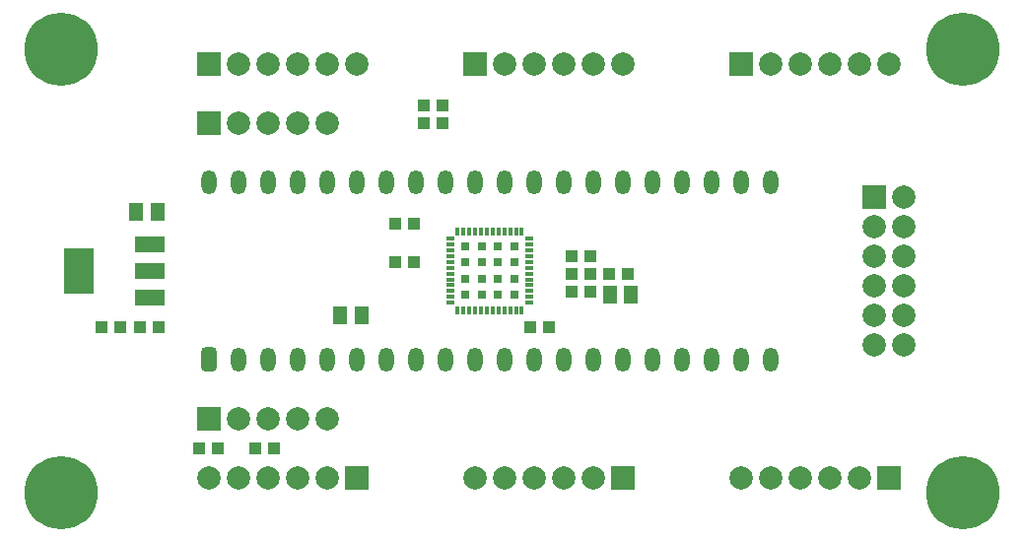
<source format=gts>
%TF.GenerationSoftware,KiCad,Pcbnew,5.1.6-c6e7f7d~87~ubuntu18.04.1*%
%TF.CreationDate,2020-11-08T03:55:42+00:00*%
%TF.ProjectId,icepill,69636570-696c-46c2-9e6b-696361645f70,1*%
%TF.SameCoordinates,Original*%
%TF.FileFunction,Soldermask,Top*%
%TF.FilePolarity,Negative*%
%FSLAX46Y46*%
G04 Gerber Fmt 4.6, Leading zero omitted, Abs format (unit mm)*
G04 Created by KiCad (PCBNEW 5.1.6-c6e7f7d~87~ubuntu18.04.1) date 2020-11-08 03:55:42*
%MOMM*%
%LPD*%
G01*
G04 APERTURE LIST*
%ADD10R,1.050000X1.100000*%
%ADD11R,2.500000X3.900000*%
%ADD12R,2.500000X1.400000*%
%ADD13R,1.250000X1.550000*%
%ADD14O,1.300000X2.100000*%
%ADD15C,2.000000*%
%ADD16R,2.000000X2.000000*%
%ADD17C,6.300000*%
%ADD18C,0.700000*%
%ADD19R,0.800000X0.350000*%
%ADD20R,0.350000X0.800000*%
%ADD21R,0.800000X0.800000*%
G04 APERTURE END LIST*
D10*
%TO.C,R6*%
X64300000Y-78486000D03*
X62700000Y-78486000D03*
%TD*%
%TO.C,R5*%
X60998000Y-78486000D03*
X59398000Y-78486000D03*
%TD*%
D11*
%TO.C,IC2*%
X57400000Y-73660000D03*
D12*
X63500000Y-71360000D03*
X63500000Y-75960000D03*
X63500000Y-73660000D03*
%TD*%
D13*
%TO.C,C9*%
X79872000Y-77470000D03*
X81672000Y-77470000D03*
%TD*%
%TO.C,C8*%
X62346000Y-68580000D03*
X64146000Y-68580000D03*
%TD*%
%TO.C,C6*%
X104849500Y-75692000D03*
X103049500Y-75692000D03*
%TD*%
D14*
%TO.C,U1*%
X68580000Y-66040000D03*
X71120000Y-66040000D03*
X73660000Y-66040000D03*
X76200000Y-66040000D03*
X78740000Y-66040000D03*
X81280000Y-66040000D03*
X83820000Y-66040000D03*
X86360000Y-66040000D03*
X88900000Y-66040000D03*
X91440000Y-66040000D03*
X93980000Y-66040000D03*
X96520000Y-66040000D03*
X99060000Y-66040000D03*
X101600000Y-66040000D03*
X104140000Y-66040000D03*
X106680000Y-66040000D03*
X109220000Y-66040000D03*
X111760000Y-66040000D03*
X114300000Y-66040000D03*
X116840000Y-66040000D03*
X116840000Y-81280000D03*
X114300000Y-81280000D03*
X111760000Y-81280000D03*
X109220000Y-81280000D03*
X106680000Y-81280000D03*
X104140000Y-81280000D03*
X101600000Y-81280000D03*
X99060000Y-81280000D03*
X96520000Y-81280000D03*
X93980000Y-81280000D03*
X91440000Y-81280000D03*
X88900000Y-81280000D03*
X86360000Y-81280000D03*
X83820000Y-81280000D03*
X81280000Y-81280000D03*
X78740000Y-81280000D03*
X76200000Y-81280000D03*
X73660000Y-81280000D03*
X71120000Y-81280000D03*
G36*
G01*
X68905000Y-82330000D02*
X68255000Y-82330000D01*
G75*
G02*
X67930000Y-82005000I0J325000D01*
G01*
X67930000Y-80555000D01*
G75*
G02*
X68255000Y-80230000I325000J0D01*
G01*
X68905000Y-80230000D01*
G75*
G02*
X69230000Y-80555000I0J-325000D01*
G01*
X69230000Y-82005000D01*
G75*
G02*
X68905000Y-82330000I-325000J0D01*
G01*
G37*
%TD*%
D10*
%TO.C,D1*%
X87084000Y-60960000D03*
X88684000Y-60960000D03*
%TD*%
%TO.C,R4*%
X87084000Y-59436000D03*
X88684000Y-59436000D03*
%TD*%
%TO.C,R3*%
X69380000Y-88900000D03*
X67780000Y-88900000D03*
%TD*%
%TO.C,R2*%
X72606000Y-88900000D03*
X74206000Y-88900000D03*
%TD*%
D15*
%TO.C,J6*%
X81280000Y-55880000D03*
X78740000Y-55880000D03*
X76200000Y-55880000D03*
X73660000Y-55880000D03*
X71120000Y-55880000D03*
D16*
X68580000Y-55880000D03*
%TD*%
D15*
%TO.C,J5*%
X104140000Y-55880000D03*
X101600000Y-55880000D03*
X99060000Y-55880000D03*
X96520000Y-55880000D03*
X93980000Y-55880000D03*
D16*
X91440000Y-55880000D03*
%TD*%
D15*
%TO.C,J4*%
X127000000Y-55880000D03*
X124460000Y-55880000D03*
X121920000Y-55880000D03*
X119380000Y-55880000D03*
X116840000Y-55880000D03*
D16*
X114300000Y-55880000D03*
%TD*%
D15*
%TO.C,J3*%
X114300000Y-91440000D03*
X116840000Y-91440000D03*
X119380000Y-91440000D03*
X121920000Y-91440000D03*
X124460000Y-91440000D03*
D16*
X127000000Y-91440000D03*
%TD*%
D15*
%TO.C,J2*%
X91440000Y-91440000D03*
X93980000Y-91440000D03*
X96520000Y-91440000D03*
X99060000Y-91440000D03*
X101600000Y-91440000D03*
D16*
X104140000Y-91440000D03*
%TD*%
D15*
%TO.C,J1*%
X68580000Y-91440000D03*
X71120000Y-91440000D03*
X73660000Y-91440000D03*
X76200000Y-91440000D03*
X78740000Y-91440000D03*
D16*
X81280000Y-91440000D03*
%TD*%
D17*
%TO.C,X4*%
X55880000Y-54610000D03*
D18*
X55880000Y-52110000D03*
X58380000Y-54610000D03*
X55880000Y-57110000D03*
X53380000Y-54610000D03*
X54080000Y-52810000D03*
X57680000Y-52810000D03*
X54080000Y-56410000D03*
X57680000Y-56410000D03*
%TD*%
D17*
%TO.C,X3*%
X133350000Y-54610000D03*
D18*
X133350000Y-52110000D03*
X135850000Y-54610000D03*
X133350000Y-57110000D03*
X130850000Y-54610000D03*
X131550000Y-52810000D03*
X135150000Y-52810000D03*
X131550000Y-56410000D03*
X135150000Y-56410000D03*
%TD*%
D17*
%TO.C,X2*%
X133350000Y-92710000D03*
D18*
X133350000Y-90210000D03*
X135850000Y-92710000D03*
X133350000Y-95210000D03*
X130850000Y-92710000D03*
X131550000Y-90910000D03*
X135150000Y-90910000D03*
X131550000Y-94510000D03*
X135150000Y-94510000D03*
%TD*%
D17*
%TO.C,X1*%
X55880000Y-92710000D03*
D18*
X55880000Y-90210000D03*
X58380000Y-92710000D03*
X55880000Y-95210000D03*
X53380000Y-92710000D03*
X54080000Y-90910000D03*
X57680000Y-90910000D03*
X54080000Y-94510000D03*
X57680000Y-94510000D03*
%TD*%
D10*
%TO.C,R1*%
X102959000Y-73914000D03*
X104559000Y-73914000D03*
%TD*%
D15*
%TO.C,J7*%
X128270000Y-80010000D03*
X125730000Y-80010000D03*
X128270000Y-77470000D03*
X125730000Y-77470000D03*
X128270000Y-74930000D03*
X125730000Y-74930000D03*
X128270000Y-72390000D03*
X125730000Y-72390000D03*
X128270000Y-69850000D03*
X125730000Y-69850000D03*
X128270000Y-67310000D03*
D16*
X125730000Y-67310000D03*
%TD*%
D15*
%TO.C,J9*%
X78740000Y-60960000D03*
X76200000Y-60960000D03*
X73660000Y-60960000D03*
X71120000Y-60960000D03*
D16*
X68580000Y-60960000D03*
%TD*%
D15*
%TO.C,J8*%
X78740000Y-86360000D03*
X76200000Y-86360000D03*
X73660000Y-86360000D03*
X71120000Y-86360000D03*
D16*
X68580000Y-86360000D03*
%TD*%
D19*
%TO.C,IC1*%
X89310000Y-70910000D03*
X89310000Y-71410000D03*
X89310000Y-71910000D03*
X89310000Y-72410000D03*
X89310000Y-72910000D03*
X89310000Y-73410000D03*
X89310000Y-73910000D03*
X89310000Y-74410000D03*
X89310000Y-74910000D03*
X89310000Y-75410000D03*
X89310000Y-75910000D03*
X89310000Y-76410000D03*
D20*
X89960000Y-77060000D03*
X90460000Y-77060000D03*
X90960000Y-77060000D03*
X91460000Y-77060000D03*
X91960000Y-77060000D03*
X92460000Y-77060000D03*
X92960000Y-77060000D03*
X93460000Y-77060000D03*
X93960000Y-77060000D03*
X94460000Y-77060000D03*
X94960000Y-77060000D03*
X95460000Y-77060000D03*
D19*
X96110000Y-76410000D03*
X96110000Y-75910000D03*
X96110000Y-75410000D03*
X96110000Y-74910000D03*
X96110000Y-74410000D03*
X96110000Y-73910000D03*
X96110000Y-73410000D03*
X96110000Y-72910000D03*
X96110000Y-72410000D03*
X96110000Y-71910000D03*
X96110000Y-71410000D03*
X96110000Y-70910000D03*
D20*
X95460000Y-70260000D03*
X94960000Y-70260000D03*
X94460000Y-70260000D03*
X93960000Y-70260000D03*
X93460000Y-70260000D03*
X92960000Y-70260000D03*
X92460000Y-70260000D03*
X91960000Y-70260000D03*
X91460000Y-70260000D03*
X90960000Y-70260000D03*
X90460000Y-70260000D03*
X89960000Y-70260000D03*
D21*
X90610000Y-71560000D03*
X90610000Y-72960000D03*
X90610000Y-74360000D03*
X90610000Y-75760000D03*
X92010000Y-71560000D03*
X92010000Y-72960000D03*
X92010000Y-74360000D03*
X92010000Y-75760000D03*
X93410000Y-71560000D03*
X93410000Y-72960000D03*
X93410000Y-74360000D03*
X93410000Y-75760000D03*
X94810000Y-71560000D03*
X94810000Y-72960000D03*
X94810000Y-74360000D03*
X94810000Y-75760000D03*
%TD*%
D10*
%TO.C,C7*%
X101384000Y-75438000D03*
X99784000Y-75438000D03*
%TD*%
%TO.C,C5*%
X101384000Y-73914000D03*
X99784000Y-73914000D03*
%TD*%
%TO.C,C4*%
X84594800Y-72898000D03*
X86194800Y-72898000D03*
%TD*%
%TO.C,C3*%
X101384000Y-72390000D03*
X99784000Y-72390000D03*
%TD*%
%TO.C,C2*%
X97777200Y-78536800D03*
X96177200Y-78536800D03*
%TD*%
%TO.C,C1*%
X84594800Y-69596000D03*
X86194800Y-69596000D03*
%TD*%
M02*

</source>
